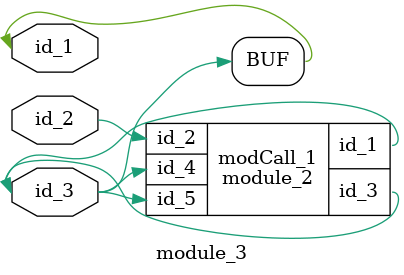
<source format=v>
module module_0 ();
  wire id_1;
  wire id_2;
  module_2 modCall_1 (
      id_2,
      id_1,
      id_1,
      id_2,
      id_2
  );
endmodule
module module_1;
  wire id_1;
  module_0 modCall_1 ();
endmodule
module module_2 (
    id_1,
    id_2,
    id_3,
    id_4,
    id_5
);
  input wire id_5;
  input wire id_4;
  output wire id_3;
  input wire id_2;
  inout wire id_1;
  wire id_6;
  wire id_7;
endmodule
module module_3 (
    id_1,
    id_2,
    id_3
);
  input wire id_3;
  input wire id_2;
  inout wire id_1;
  assign id_1 = id_3;
  module_2 modCall_1 (
      id_1,
      id_2,
      id_1,
      id_1,
      id_3
  );
endmodule

</source>
